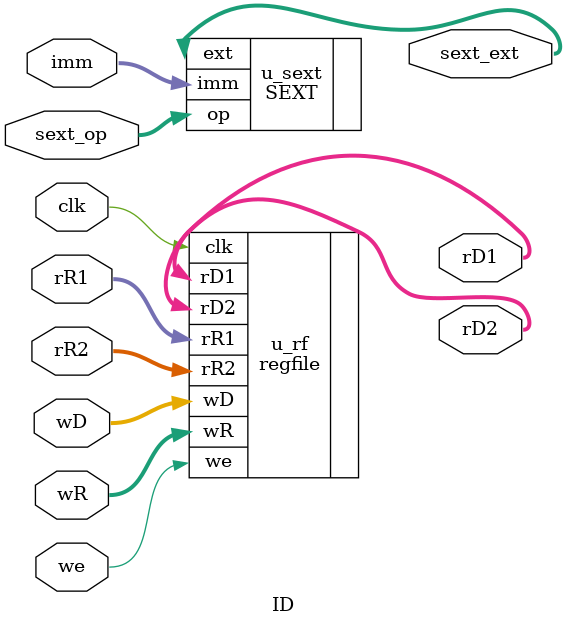
<source format=v>
`timescale 1ns / 1ps

module ID(
    input wire clk,
    input wire we,
    input wire[4:0] rR1,
    input wire[4:0] rR2,
    input wire[4:0] wR,
    input wire[31:0] wD,
    input wire[2:0] sext_op,
    input wire[24:0] imm,
    output wire[31:0] rD1,
    output wire[31:0] rD2,
    output wire[31:0] sext_ext
    );

regfile u_rf(
    .clk(clk),
    .we(we),
    .rR1(rR1),
    .rR2(rR2),
    .wR(wR),
    .wD(wD),
    .rD1(rD1),
    .rD2(rD2)
);

SEXT u_sext(
    .imm(imm),
    .op(sext_op),
    .ext(sext_ext)
);

endmodule

</source>
